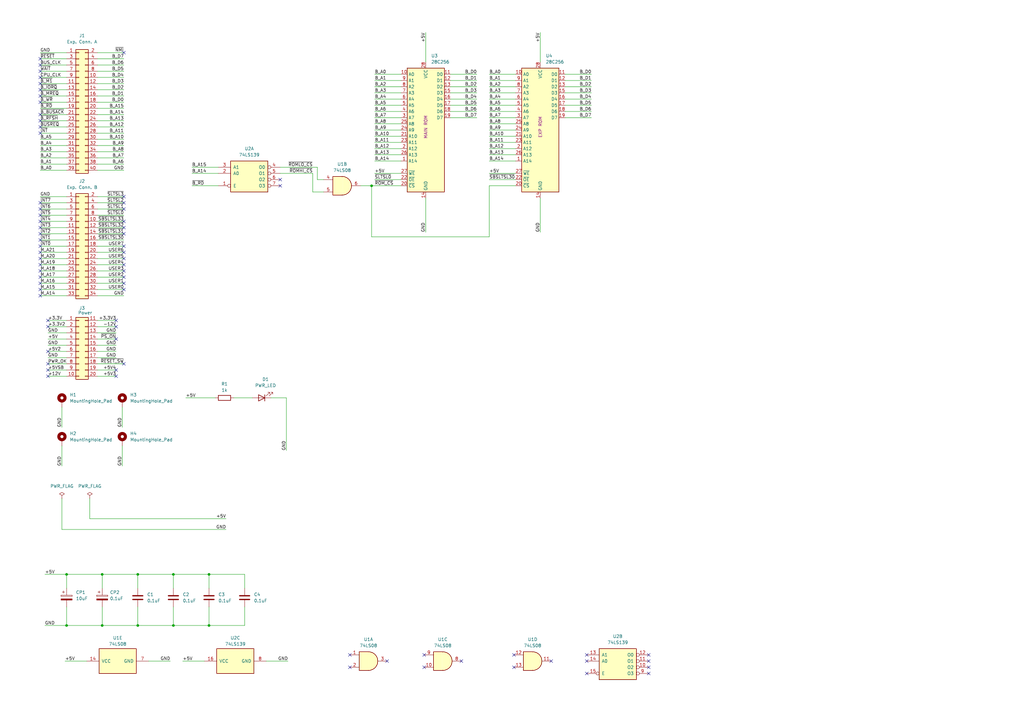
<source format=kicad_sch>
(kicad_sch (version 20230121) (generator eeschema)
  (paper "A3")
  (title_block (title "A SZ80C board to house the MSX(2) ROMs") (date "2023-09-27") (rev "1.0"))
  (lib_symbols
    (symbol "74xx:74LS08" (pin_names (offset 1.016))
      (property "Reference" "U" (at 0 1.27 0))
      (property "Value" "74LS08" (at 0 -1.27 0))
      (symbol "74LS08_1_1"
        (pin input line (at -7.62 2.54 0) (length 3.81) (name "~") (number "1"))
        (pin input line (at -7.62 -2.54 0) (length 3.81) (name "~") (number "2"))
        (pin output line (at 7.62 0 180) (length 3.81) (name "~") (number "3"))
      )
      (symbol "74LS08_1_2"
        (pin input inverted (at -7.62 2.54 0) (length 4.318) (name "~") (number "1"))
        (pin input inverted (at -7.62 -2.54 0) (length 4.318) (name "~") (number "2"))
        (pin output inverted (at 7.62 0 180) (length 3.81) (name "~") (number "3"))
      )
      (symbol "74LS08_2_1"
        (pin input line (at -7.62 2.54 0) (length 3.81) (name "~") (number "4"))
        (pin input line (at -7.62 -2.54 0) (length 3.81) (name "~") (number "5"))
        (pin output line (at 7.62 0 180) (length 3.81) (name "~") (number "6"))
      )
      (symbol "74LS08_2_2"
        (pin input inverted (at -7.62 2.54 0) (length 4.318) (name "~") (number "4"))
        (pin input inverted (at -7.62 -2.54 0) (length 4.318) (name "~") (number "5"))
        (pin output inverted (at 7.62 0 180) (length 3.81) (name "~") (number "6"))
      )
      (symbol "74LS08_3_1"
        (pin input line (at -7.62 -2.54 0) (length 3.81) (name "~") (number "10"))
        (pin output line (at 7.62 0 180) (length 3.81) (name "~") (number "8"))
        (pin input line (at -7.62 2.54 0) (length 3.81) (name "~") (number "9"))
      )
      (symbol "74LS08_3_2"
        (pin input inverted (at -7.62 -2.54 0) (length 4.318) (name "~") (number "10"))
        (pin output inverted (at 7.62 0 180) (length 3.81) (name "~") (number "8"))
        (pin input inverted (at -7.62 2.54 0) (length 4.318) (name "~") (number "9"))
      )
      (symbol "74LS08_4_1"
        (pin output line (at 7.62 0 180) (length 3.81) (name "~") (number "11"))
        (pin input line (at -7.62 2.54 0) (length 3.81) (name "~") (number "12"))
        (pin input line (at -7.62 -2.54 0) (length 3.81) (name "~") (number "13"))
      )
      (symbol "74LS08_4_2"
        (pin output inverted (at 7.62 0 180) (length 3.81) (name "~") (number "11"))
        (pin input inverted (at -7.62 2.54 0) (length 4.318) (name "~") (number "12"))
        (pin input inverted (at -7.62 -2.54 0) (length 4.318) (name "~") (number "13"))
      )
      (symbol "74LS08_5_0"
        (pin power_in line (at 0 12.7 270) (length 5.08) (name "VCC") (number "14"))
        (pin power_in line (at 0 -12.7 90) (length 5.08) (name "GND") (number "7"))
      )
    )
    (symbol "74xx:74LS139" (pin_names (offset 1.016))
      (property "Reference" "U" (at -7.62 8.89 0))
      (property "Value" "74LS139" (at -7.62 -8.89 0))
      (symbol "74LS139_1_0"
        (pin input inverted (at -12.7 -5.08 0) (length 5.08) (name "E") (number "1"))
        (pin input line (at -12.7 0 0) (length 5.08) (name "A0") (number "2"))
        (pin input line (at -12.7 2.54 0) (length 5.08) (name "A1") (number "3"))
        (pin output inverted (at 12.7 2.54 180) (length 5.08) (name "O0") (number "4"))
        (pin output inverted (at 12.7 0 180) (length 5.08) (name "O1") (number "5"))
        (pin output inverted (at 12.7 -2.54 180) (length 5.08) (name "O2") (number "6"))
        (pin output inverted (at 12.7 -5.08 180) (length 5.08) (name "O3") (number "7"))
      )
      (symbol "74LS139_2_0"
        (pin output inverted (at 12.7 -2.54 180) (length 5.08) (name "O2") (number "10"))
        (pin output inverted (at 12.7 0 180) (length 5.08) (name "O1") (number "11"))
        (pin output inverted (at 12.7 2.54 180) (length 5.08) (name "O0") (number "12"))
        (pin input line (at -12.7 2.54 0) (length 5.08) (name "A1") (number "13"))
        (pin input line (at -12.7 0 0) (length 5.08) (name "A0") (number "14"))
        (pin input inverted (at -12.7 -5.08 0) (length 5.08) (name "E") (number "15"))
        (pin output inverted (at 12.7 -5.08 180) (length 5.08) (name "O3") (number "9"))
      )
      (symbol "74LS139_3_0"
        (pin power_in line (at 0 12.7 270) (length 5.08) (name "VCC") (number "16"))
        (pin power_in line (at 0 -12.7 90) (length 5.08) (name "GND") (number "8"))
      )
    )
    (symbol "Connector_Generic:Conn_02x10_Top_Bottom" (pin_names (offset 1.016) hide)
      (property "Reference" "J" (at 1.27 12.7 0))
      (property "Value" "Conn_02x10_Top_Bottom" (at 1.27 -15.24 0))
      (symbol "Conn_02x10_Top_Bottom_1_1"
        (pin passive line (at -5.08 10.16 0) (length 3.81) (name "Pin_1") (number "1"))
        (pin passive line (at -5.08 -12.7 0) (length 3.81) (name "Pin_10") (number "10"))
        (pin passive line (at 7.62 10.16 180) (length 3.81) (name "Pin_11") (number "11"))
        (pin passive line (at 7.62 7.62 180) (length 3.81) (name "Pin_12") (number "12"))
        (pin passive line (at 7.62 5.08 180) (length 3.81) (name "Pin_13") (number "13"))
        (pin passive line (at 7.62 2.54 180) (length 3.81) (name "Pin_14") (number "14"))
        (pin passive line (at 7.62 0 180) (length 3.81) (name "Pin_15") (number "15"))
        (pin passive line (at 7.62 -2.54 180) (length 3.81) (name "Pin_16") (number "16"))
        (pin passive line (at 7.62 -5.08 180) (length 3.81) (name "Pin_17") (number "17"))
        (pin passive line (at 7.62 -7.62 180) (length 3.81) (name "Pin_18") (number "18"))
        (pin passive line (at 7.62 -10.16 180) (length 3.81) (name "Pin_19") (number "19"))
        (pin passive line (at -5.08 7.62 0) (length 3.81) (name "Pin_2") (number "2"))
        (pin passive line (at 7.62 -12.7 180) (length 3.81) (name "Pin_20") (number "20"))
        (pin passive line (at -5.08 5.08 0) (length 3.81) (name "Pin_3") (number "3"))
        (pin passive line (at -5.08 2.54 0) (length 3.81) (name "Pin_4") (number "4"))
        (pin passive line (at -5.08 0 0) (length 3.81) (name "Pin_5") (number "5"))
        (pin passive line (at -5.08 -2.54 0) (length 3.81) (name "Pin_6") (number "6"))
        (pin passive line (at -5.08 -5.08 0) (length 3.81) (name "Pin_7") (number "7"))
        (pin passive line (at -5.08 -7.62 0) (length 3.81) (name "Pin_8") (number "8"))
        (pin passive line (at -5.08 -10.16 0) (length 3.81) (name "Pin_9") (number "9"))
      )
    )
    (symbol "Connector_Generic:Conn_02x17_Odd_Even" (pin_names (offset 1.016) hide)
      (property "Reference" "J" (at 1.27 22.86 0))
      (property "Value" "Conn_02x17_Odd_Even" (at 1.27 -22.86 0))
      (symbol "Conn_02x17_Odd_Even_1_1"
        (pin passive line (at -5.08 20.32 0) (length 3.81) (name "Pin_1") (number "1"))
        (pin passive line (at 7.62 10.16 180) (length 3.81) (name "Pin_10") (number "10"))
        (pin passive line (at -5.08 7.62 0) (length 3.81) (name "Pin_11") (number "11"))
        (pin passive line (at 7.62 7.62 180) (length 3.81) (name "Pin_12") (number "12"))
        (pin passive line (at -5.08 5.08 0) (length 3.81) (name "Pin_13") (number "13"))
        (pin passive line (at 7.62 5.08 180) (length 3.81) (name "Pin_14") (number "14"))
        (pin passive line (at -5.08 2.54 0) (length 3.81) (name "Pin_15") (number "15"))
        (pin passive line (at 7.62 2.54 180) (length 3.81) (name "Pin_16") (number "16"))
        (pin passive line (at -5.08 0 0) (length 3.81) (name "Pin_17") (number "17"))
        (pin passive line (at 7.62 0 180) (length 3.81) (name "Pin_18") (number "18"))
        (pin passive line (at -5.08 -2.54 0) (length 3.81) (name "Pin_19") (number "19"))
        (pin passive line (at 7.62 20.32 180) (length 3.81) (name "Pin_2") (number "2"))
        (pin passive line (at 7.62 -2.54 180) (length 3.81) (name "Pin_20") (number "20"))
        (pin passive line (at -5.08 -5.08 0) (length 3.81) (name "Pin_21") (number "21"))
        (pin passive line (at 7.62 -5.08 180) (length 3.81) (name "Pin_22") (number "22"))
        (pin passive line (at -5.08 -7.62 0) (length 3.81) (name "Pin_23") (number "23"))
        (pin passive line (at 7.62 -7.62 180) (length 3.81) (name "Pin_24") (number "24"))
        (pin passive line (at -5.08 -10.16 0) (length 3.81) (name "Pin_25") (number "25"))
        (pin passive line (at 7.62 -10.16 180) (length 3.81) (name "Pin_26") (number "26"))
        (pin passive line (at -5.08 -12.7 0) (length 3.81) (name "Pin_27") (number "27"))
        (pin passive line (at 7.62 -12.7 180) (length 3.81) (name "Pin_28") (number "28"))
        (pin passive line (at -5.08 -15.24 0) (length 3.81) (name "Pin_29") (number "29"))
        (pin passive line (at -5.08 17.78 0) (length 3.81) (name "Pin_3") (number "3"))
        (pin passive line (at 7.62 -15.24 180) (length 3.81) (name "Pin_30") (number "30"))
        (pin passive line (at -5.08 -17.78 0) (length 3.81) (name "Pin_31") (number "31"))
        (pin passive line (at 7.62 -17.78 180) (length 3.81) (name "Pin_32") (number "32"))
        (pin passive line (at -5.08 -20.32 0) (length 3.81) (name "Pin_33") (number "33"))
        (pin passive line (at 7.62 -20.32 180) (length 3.81) (name "Pin_34") (number "34"))
        (pin passive line (at 7.62 17.78 180) (length 3.81) (name "Pin_4") (number "4"))
        (pin passive line (at -5.08 15.24 0) (length 3.81) (name "Pin_5") (number "5"))
        (pin passive line (at 7.62 15.24 180) (length 3.81) (name "Pin_6") (number "6"))
        (pin passive line (at -5.08 12.7 0) (length 3.81) (name "Pin_7") (number "7"))
        (pin passive line (at 7.62 12.7 180) (length 3.81) (name "Pin_8") (number "8"))
        (pin passive line (at -5.08 10.16 0) (length 3.81) (name "Pin_9") (number "9"))
      )
    )
    (symbol "Connector_Generic:Conn_02x20_Odd_Even" (pin_names (offset 1.016) hide)
      (property "Reference" "J" (at 1.27 25.4 0))
      (property "Value" "Conn_02x20_Odd_Even" (at 1.27 -27.94 0))
      (symbol "Conn_02x20_Odd_Even_1_1"
        (pin passive line (at -5.08 22.86 0) (length 3.81) (name "Pin_1") (number "1"))
        (pin passive line (at 7.62 12.7 180) (length 3.81) (name "Pin_10") (number "10"))
        (pin passive line (at -5.08 10.16 0) (length 3.81) (name "Pin_11") (number "11"))
        (pin passive line (at 7.62 10.16 180) (length 3.81) (name "Pin_12") (number "12"))
        (pin passive line (at -5.08 7.62 0) (length 3.81) (name "Pin_13") (number "13"))
        (pin passive line (at 7.62 7.62 180) (length 3.81) (name "Pin_14") (number "14"))
        (pin passive line (at -5.08 5.08 0) (length 3.81) (name "Pin_15") (number "15"))
        (pin passive line (at 7.62 5.08 180) (length 3.81) (name "Pin_16") (number "16"))
        (pin passive line (at -5.08 2.54 0) (length 3.81) (name "Pin_17") (number "17"))
        (pin passive line (at 7.62 2.54 180) (length 3.81) (name "Pin_18") (number "18"))
        (pin passive line (at -5.08 0 0) (length 3.81) (name "Pin_19") (number "19"))
        (pin passive line (at 7.62 22.86 180) (length 3.81) (name "Pin_2") (number "2"))
        (pin passive line (at 7.62 0 180) (length 3.81) (name "Pin_20") (number "20"))
        (pin passive line (at -5.08 -2.54 0) (length 3.81) (name "Pin_21") (number "21"))
        (pin passive line (at 7.62 -2.54 180) (length 3.81) (name "Pin_22") (number "22"))
        (pin passive line (at -5.08 -5.08 0) (length 3.81) (name "Pin_23") (number "23"))
        (pin passive line (at 7.62 -5.08 180) (length 3.81) (name "Pin_24") (number "24"))
        (pin passive line (at -5.08 -7.62 0) (length 3.81) (name "Pin_25") (number "25"))
        (pin passive line (at 7.62 -7.62 180) (length 3.81) (name "Pin_26") (number "26"))
        (pin passive line (at -5.08 -10.16 0) (length 3.81) (name "Pin_27") (number "27"))
        (pin passive line (at 7.62 -10.16 180) (length 3.81) (name "Pin_28") (number "28"))
        (pin passive line (at -5.08 -12.7 0) (length 3.81) (name "Pin_29") (number "29"))
        (pin passive line (at -5.08 20.32 0) (length 3.81) (name "Pin_3") (number "3"))
        (pin passive line (at 7.62 -12.7 180) (length 3.81) (name "Pin_30") (number "30"))
        (pin passive line (at -5.08 -15.24 0) (length 3.81) (name "Pin_31") (number "31"))
        (pin passive line (at 7.62 -15.24 180) (length 3.81) (name "Pin_32") (number "32"))
        (pin passive line (at -5.08 -17.78 0) (length 3.81) (name "Pin_33") (number "33"))
        (pin passive line (at 7.62 -17.78 180) (length 3.81) (name "Pin_34") (number "34"))
        (pin passive line (at -5.08 -20.32 0) (length 3.81) (name "Pin_35") (number "35"))
        (pin passive line (at 7.62 -20.32 180) (length 3.81) (name "Pin_36") (number "36"))
        (pin passive line (at -5.08 -22.86 0) (length 3.81) (name "Pin_37") (number "37"))
        (pin passive line (at 7.62 -22.86 180) (length 3.81) (name "Pin_38") (number "38"))
        (pin passive line (at -5.08 -25.4 0) (length 3.81) (name "Pin_39") (number "39"))
        (pin passive line (at 7.62 20.32 180) (length 3.81) (name "Pin_4") (number "4"))
        (pin passive line (at 7.62 -25.4 180) (length 3.81) (name "Pin_40") (number "40"))
        (pin passive line (at -5.08 17.78 0) (length 3.81) (name "Pin_5") (number "5"))
        (pin passive line (at 7.62 17.78 180) (length 3.81) (name "Pin_6") (number "6"))
        (pin passive line (at -5.08 15.24 0) (length 3.81) (name "Pin_7") (number "7"))
        (pin passive line (at 7.62 15.24 180) (length 3.81) (name "Pin_8") (number "8"))
        (pin passive line (at -5.08 12.7 0) (length 3.81) (name "Pin_9") (number "9"))
      )
    )
    (symbol "Device:C" (pin_numbers hide) (pin_names (offset 0.254))
      (property "Reference" "C" (at 0.635 2.54 0))
      (property "Value" "C" (at 0.635 -2.54 0))
      (symbol "C_1_1"
        (pin passive line (at 0 3.81 270) (length 2.794) (name "~") (number "1"))
        (pin passive line (at 0 -3.81 90) (length 2.794) (name "~") (number "2"))
      )
    )
    (symbol "Device:C_Polarized" (pin_numbers hide) (pin_names (offset 0.254))
      (property "Reference" "C" (at 0.635 2.54 0))
      (property "Value" "C_Polarized" (at 0.635 -2.54 0))
      (symbol "C_Polarized_1_1"
        (pin passive line (at 0 3.81 270) (length 2.794) (name "~") (number "1"))
        (pin passive line (at 0 -3.81 90) (length 2.794) (name "~") (number "2"))
      )
    )
    (symbol "Device:LED" (pin_numbers hide) (pin_names (offset 1.016) hide)
      (property "Reference" "D" (at 0 2.54 0))
      (property "Value" "LED" (at 0 -2.54 0))
      (symbol "LED_1_1"
        (pin passive line (at -3.81 0 0) (length 2.54) (name "K") (number "1"))
        (pin passive line (at 3.81 0 180) (length 2.54) (name "A") (number "2"))
      )
    )
    (symbol "Device:R" (pin_numbers hide) (pin_names (offset 0))
      (property "Reference" "R" (at 2.032 0 90))
      (property "Value" "R" (at 0 0 90))
      (symbol "R_1_1"
        (pin passive line (at 0 3.81 270) (length 1.27) (name "~") (number "1"))
        (pin passive line (at 0 -3.81 90) (length 1.27) (name "~") (number "2"))
      )
    )
    (symbol "Mechanical:MountingHole_Pad" (pin_numbers hide) (pin_names (offset 1.016) hide)
      (property "Reference" "H" (at 0 6.35 0))
      (property "Value" "MountingHole_Pad" (at 0 4.445 0))
      (symbol "MountingHole_Pad_1_1"
        (pin input line (at 0 -2.54 90) (length 2.54) (name "1") (number "1"))
      )
    )
    (symbol "Memory_EEPROM:28C256"
      (property "Reference" "U" (at -7.62 26.67 0))
      (property "Value" "28C256" (at 2.54 -26.67 0))
      (symbol "28C256_1_1"
        (pin input line (at -10.16 -12.7 0) (length 2.54) (name "A14") (number "1"))
        (pin input line (at -10.16 22.86 0) (length 2.54) (name "A0") (number "10"))
        (pin tri_state line (at 10.16 22.86 180) (length 2.54) (name "D0") (number "11"))
        (pin tri_state line (at 10.16 20.32 180) (length 2.54) (name "D1") (number "12"))
        (pin tri_state line (at 10.16 17.78 180) (length 2.54) (name "D2") (number "13"))
        (pin power_in line (at 0 -27.94 90) (length 2.54) (name "GND") (number "14"))
        (pin tri_state line (at 10.16 15.24 180) (length 2.54) (name "D3") (number "15"))
        (pin tri_state line (at 10.16 12.7 180) (length 2.54) (name "D4") (number "16"))
        (pin tri_state line (at 10.16 10.16 180) (length 2.54) (name "D5") (number "17"))
        (pin tri_state line (at 10.16 7.62 180) (length 2.54) (name "D6") (number "18"))
        (pin tri_state line (at 10.16 5.08 180) (length 2.54) (name "D7") (number "19"))
        (pin input line (at -10.16 -7.62 0) (length 2.54) (name "A12") (number "2"))
        (pin input line (at -10.16 -22.86 0) (length 2.54) (name "~{CS}") (number "20"))
        (pin input line (at -10.16 -2.54 0) (length 2.54) (name "A10") (number "21"))
        (pin input line (at -10.16 -20.32 0) (length 2.54) (name "~{OE}") (number "22"))
        (pin input line (at -10.16 -5.08 0) (length 2.54) (name "A11") (number "23"))
        (pin input line (at -10.16 0 0) (length 2.54) (name "A9") (number "24"))
        (pin input line (at -10.16 2.54 0) (length 2.54) (name "A8") (number "25"))
        (pin input line (at -10.16 -10.16 0) (length 2.54) (name "A13") (number "26"))
        (pin input line (at -10.16 -17.78 0) (length 2.54) (name "~{WE}") (number "27"))
        (pin power_in line (at 0 27.94 270) (length 2.54) (name "VCC") (number "28"))
        (pin input line (at -10.16 5.08 0) (length 2.54) (name "A7") (number "3"))
        (pin input line (at -10.16 7.62 0) (length 2.54) (name "A6") (number "4"))
        (pin input line (at -10.16 10.16 0) (length 2.54) (name "A5") (number "5"))
        (pin input line (at -10.16 12.7 0) (length 2.54) (name "A4") (number "6"))
        (pin input line (at -10.16 15.24 0) (length 2.54) (name "A3") (number "7"))
        (pin input line (at -10.16 17.78 0) (length 2.54) (name "A2") (number "8"))
        (pin input line (at -10.16 20.32 0) (length 2.54) (name "A1") (number "9"))
      )
    )
    (symbol "power:PWR_FLAG" (power) (pin_numbers hide) (pin_names (offset 0) hide)
      (property "Value" "PWR_FLAG" (at 0 3.81 0))
      (symbol "PWR_FLAG_0_0"
        (pin power_out line (at 0 0 90) (length 0) (name "pwr") (number "1"))
      )
    )
  )
  (junction (at 27.305 256.54))
  (junction (at 71.12 256.54))
  (junction (at 41.91 256.54))
  (junction (at 71.12 235.585))
  (junction (at 41.91 235.585))
  (junction (at 152.4 76.2))
  (junction (at 27.305 235.585))
  (junction (at 56.515 235.585))
  (junction (at 56.515 256.54))
  (junction (at 85.725 256.54))
  (junction (at 85.725 235.585))
  (no_connect (at 240.665 268.605))
  (no_connect (at 50.8 149.225))
  (no_connect (at 19.685 131.445))
  (no_connect (at 16.51 103.505))
  (no_connect (at 50.8 95.885))
  (no_connect (at 158.75 271.145))
  (no_connect (at 19.685 151.765))
  (no_connect (at 16.51 108.585))
  (no_connect (at 210.82 273.685))
  (no_connect (at 50.8 113.665))
  (no_connect (at 50.8 108.585))
  (no_connect (at 16.51 116.205))
  (no_connect (at 266.065 268.605))
  (no_connect (at 50.8 116.205))
  (no_connect (at 50.8 103.505))
  (no_connect (at 16.51 54.61))
  (no_connect (at 16.51 49.53))
  (no_connect (at 16.51 90.805))
  (no_connect (at 114.935 76.2))
  (no_connect (at 50.8 80.645))
  (no_connect (at 19.685 133.985))
  (no_connect (at 226.06 271.145))
  (no_connect (at 16.51 111.125))
  (no_connect (at 16.51 106.045))
  (no_connect (at 240.665 271.145))
  (no_connect (at 266.065 276.225))
  (no_connect (at 19.685 149.225))
  (no_connect (at 50.8 21.59))
  (no_connect (at 50.8 93.345))
  (no_connect (at 47.625 139.065))
  (no_connect (at 16.51 88.265))
  (no_connect (at 16.51 24.13))
  (no_connect (at 266.065 273.685))
  (no_connect (at 50.8 85.725))
  (no_connect (at 16.51 113.665))
  (no_connect (at 114.935 73.66))
  (no_connect (at 50.8 100.965))
  (no_connect (at 50.8 90.805))
  (no_connect (at 16.51 52.07))
  (no_connect (at 47.625 133.985))
  (no_connect (at 16.51 39.37))
  (no_connect (at 50.8 118.745))
  (no_connect (at 173.99 273.685))
  (no_connect (at 173.99 268.605))
  (no_connect (at 16.51 85.725))
  (no_connect (at 19.685 154.305))
  (no_connect (at 266.065 271.145))
  (no_connect (at 16.51 31.75))
  (no_connect (at 16.51 95.885))
  (no_connect (at 16.51 98.425))
  (no_connect (at 16.51 26.67))
  (no_connect (at 16.51 34.29))
  (no_connect (at 19.685 144.145))
  (no_connect (at 16.51 41.91))
  (no_connect (at 50.8 111.125))
  (no_connect (at 47.625 151.765))
  (no_connect (at 210.82 268.605))
  (no_connect (at 240.665 276.225))
  (no_connect (at 16.51 29.21))
  (no_connect (at 47.625 131.445))
  (no_connect (at 143.51 268.605))
  (no_connect (at 16.51 118.745))
  (no_connect (at 16.51 36.83))
  (no_connect (at 16.51 83.185))
  (no_connect (at 189.23 271.145))
  (no_connect (at 47.625 154.305))
  (no_connect (at 143.51 273.685))
  (no_connect (at 16.51 121.285))
  (no_connect (at 50.8 106.045))
  (no_connect (at 50.8 83.185))
  (no_connect (at 16.51 46.99))
  (no_connect (at 16.51 100.965))
  (no_connect (at 16.51 93.345))
  (wire (pts (xy 195.58 33.02) (xy 184.785 33.02)))
  (wire (pts (xy 50.8 36.83) (xy 40.005 36.83)))
  (wire (pts (xy 40.005 103.505) (xy 50.8 103.505)))
  (wire (pts (xy 25.4 204.47) (xy 25.4 217.17)))
  (wire (pts (xy 16.51 113.665) (xy 27.305 113.665)))
  (wire (pts (xy 200.66 45.72) (xy 211.455 45.72)))
  (wire (pts (xy 164.465 73.66) (xy 153.67 73.66)))
  (wire (pts (xy 85.725 248.92) (xy 85.725 256.54)))
  (wire (pts (xy 56.515 241.3) (xy 56.515 235.585)))
  (wire (pts (xy 16.51 36.83) (xy 27.305 36.83)))
  (wire (pts (xy 47.625 131.445) (xy 40.005 131.445)))
  (wire (pts (xy 16.51 46.99) (xy 27.305 46.99)))
  (wire (pts (xy 242.57 48.26) (xy 231.775 48.26)))
  (wire (pts (xy 40.005 90.805) (xy 50.8 90.805)))
  (wire (pts (xy 78.74 76.2) (xy 89.535 76.2)))
  (wire (pts (xy 50.165 167.005) (xy 50.165 175.26)))
  (wire (pts (xy 56.515 256.54) (xy 41.91 256.54)))
  (wire (pts (xy 174.625 13.335) (xy 174.625 25.4)))
  (wire (pts (xy 19.685 154.305) (xy 27.305 154.305)))
  (wire (pts (xy 47.625 151.765) (xy 40.005 151.765)))
  (wire (pts (xy 200.66 58.42) (xy 211.455 58.42)))
  (wire (pts (xy 153.67 43.18) (xy 164.465 43.18)))
  (wire (pts (xy 16.51 85.725) (xy 27.305 85.725)))
  (wire (pts (xy 200.66 66.04) (xy 211.455 66.04)))
  (wire (pts (xy 100.33 235.585) (xy 85.725 235.585)))
  (wire (pts (xy 18.415 235.585) (xy 27.305 235.585)))
  (wire (pts (xy 50.8 41.91) (xy 40.005 41.91)))
  (wire (pts (xy 27.305 235.585) (xy 27.305 241.3)))
  (wire (pts (xy 152.4 97.155) (xy 152.4 76.2)))
  (wire (pts (xy 40.005 106.045) (xy 50.8 106.045)))
  (wire (pts (xy 16.51 69.85) (xy 27.305 69.85)))
  (wire (pts (xy 50.8 121.285) (xy 40.005 121.285)))
  (wire (pts (xy 153.67 40.64) (xy 164.465 40.64)))
  (wire (pts (xy 50.8 52.07) (xy 40.005 52.07)))
  (wire (pts (xy 200.66 30.48) (xy 211.455 30.48)))
  (wire (pts (xy 200.66 48.26) (xy 211.455 48.26)))
  (wire (pts (xy 78.74 71.12) (xy 89.535 71.12)))
  (wire (pts (xy 200.66 40.64) (xy 211.455 40.64)))
  (wire (pts (xy 100.33 241.3) (xy 100.33 235.585)))
  (wire (pts (xy 50.8 57.15) (xy 40.005 57.15)))
  (wire (pts (xy 25.4 182.88) (xy 25.4 191.135)))
  (wire (pts (xy 26.67 271.145) (xy 35.56 271.145)))
  (wire (pts (xy 74.93 271.145) (xy 83.82 271.145)))
  (wire (pts (xy 40.005 100.965) (xy 50.8 100.965)))
  (wire (pts (xy 16.51 41.91) (xy 27.305 41.91)))
  (wire (pts (xy 27.305 256.54) (xy 27.305 248.92)))
  (wire (pts (xy 19.685 146.685) (xy 27.305 146.685)))
  (wire (pts (xy 50.8 62.23) (xy 40.005 62.23)))
  (wire (pts (xy 47.625 146.685) (xy 40.005 146.685)))
  (wire (pts (xy 100.33 256.54) (xy 85.725 256.54)))
  (wire (pts (xy 40.005 88.265) (xy 50.8 88.265)))
  (wire (pts (xy 19.685 139.065) (xy 27.305 139.065)))
  (wire (pts (xy 50.8 54.61) (xy 40.005 54.61)))
  (wire (pts (xy 85.725 241.3) (xy 85.725 235.585)))
  (wire (pts (xy 200.66 97.155) (xy 152.4 97.155)))
  (wire (pts (xy 211.455 76.2) (xy 200.66 76.2)))
  (wire (pts (xy 78.74 68.58) (xy 89.535 68.58)))
  (wire (pts (xy 16.51 54.61) (xy 27.305 54.61)))
  (wire (pts (xy 117.475 163.195) (xy 117.475 184.785)))
  (wire (pts (xy 114.935 68.58) (xy 130.175 68.58)))
  (wire (pts (xy 50.8 49.53) (xy 40.005 49.53)))
  (wire (pts (xy 50.8 116.205) (xy 40.005 116.205)))
  (wire (pts (xy 50.8 24.13) (xy 40.005 24.13)))
  (wire (pts (xy 76.2 163.195) (xy 88.265 163.195)))
  (wire (pts (xy 16.51 44.45) (xy 27.305 44.45)))
  (wire (pts (xy 242.57 38.1) (xy 231.775 38.1)))
  (wire (pts (xy 153.67 55.88) (xy 164.465 55.88)))
  (wire (pts (xy 153.67 50.8) (xy 164.465 50.8)))
  (wire (pts (xy 50.8 34.29) (xy 40.005 34.29)))
  (wire (pts (xy 50.8 46.99) (xy 40.005 46.99)))
  (wire (pts (xy 47.625 136.525) (xy 40.005 136.525)))
  (wire (pts (xy 118.11 271.145) (xy 109.22 271.145)))
  (wire (pts (xy 242.57 35.56) (xy 231.775 35.56)))
  (wire (pts (xy 174.625 81.28) (xy 174.625 95.25)))
  (wire (pts (xy 25.4 217.17) (xy 92.71 217.17)))
  (wire (pts (xy 36.83 212.725) (xy 92.71 212.725)))
  (wire (pts (xy 242.57 30.48) (xy 231.775 30.48)))
  (wire (pts (xy 153.67 60.96) (xy 164.465 60.96)))
  (wire (pts (xy 47.625 133.985) (xy 40.005 133.985)))
  (wire (pts (xy 19.685 133.985) (xy 27.305 133.985)))
  (wire (pts (xy 16.51 29.21) (xy 27.305 29.21)))
  (wire (pts (xy 50.8 59.69) (xy 40.005 59.69)))
  (wire (pts (xy 130.175 68.58) (xy 130.175 73.66)))
  (wire (pts (xy 71.12 235.585) (xy 56.515 235.585)))
  (wire (pts (xy 200.66 76.2) (xy 200.66 97.155)))
  (wire (pts (xy 40.005 83.185) (xy 50.8 83.185)))
  (wire (pts (xy 100.33 248.92) (xy 100.33 256.54)))
  (wire (pts (xy 153.67 48.26) (xy 164.465 48.26)))
  (wire (pts (xy 195.58 43.18) (xy 184.785 43.18)))
  (wire (pts (xy 16.51 49.53) (xy 27.305 49.53)))
  (wire (pts (xy 16.51 59.69) (xy 27.305 59.69)))
  (wire (pts (xy 25.4 167.005) (xy 25.4 175.26)))
  (wire (pts (xy 16.51 39.37) (xy 27.305 39.37)))
  (wire (pts (xy 200.66 63.5) (xy 211.455 63.5)))
  (wire (pts (xy 16.51 26.67) (xy 27.305 26.67)))
  (wire (pts (xy 200.66 38.1) (xy 211.455 38.1)))
  (wire (pts (xy 200.66 43.18) (xy 211.455 43.18)))
  (wire (pts (xy 95.885 163.195) (xy 103.505 163.195)))
  (wire (pts (xy 200.66 35.56) (xy 211.455 35.56)))
  (wire (pts (xy 130.175 73.66) (xy 132.715 73.66)))
  (wire (pts (xy 16.51 118.745) (xy 27.305 118.745)))
  (wire (pts (xy 40.005 98.425) (xy 50.8 98.425)))
  (wire (pts (xy 16.51 121.285) (xy 27.305 121.285)))
  (wire (pts (xy 195.58 30.48) (xy 184.785 30.48)))
  (wire (pts (xy 19.685 144.145) (xy 27.305 144.145)))
  (wire (pts (xy 18.415 256.54) (xy 27.305 256.54)))
  (wire (pts (xy 16.51 31.75) (xy 27.305 31.75)))
  (wire (pts (xy 50.8 67.31) (xy 40.005 67.31)))
  (wire (pts (xy 16.51 108.585) (xy 27.305 108.585)))
  (wire (pts (xy 40.005 141.605) (xy 47.625 141.605)))
  (wire (pts (xy 41.91 235.585) (xy 41.91 241.3)))
  (wire (pts (xy 40.005 108.585) (xy 50.8 108.585)))
  (wire (pts (xy 16.51 93.345) (xy 27.305 93.345)))
  (wire (pts (xy 16.51 116.205) (xy 27.305 116.205)))
  (wire (pts (xy 16.51 52.07) (xy 27.305 52.07)))
  (wire (pts (xy 242.57 45.72) (xy 231.775 45.72)))
  (wire (pts (xy 242.57 40.64) (xy 231.775 40.64)))
  (wire (pts (xy 153.67 71.12) (xy 164.465 71.12)))
  (wire (pts (xy 19.685 131.445) (xy 27.305 131.445)))
  (wire (pts (xy 195.58 35.56) (xy 184.785 35.56)))
  (wire (pts (xy 50.8 64.77) (xy 40.005 64.77)))
  (wire (pts (xy 221.615 81.28) (xy 221.615 95.25)))
  (wire (pts (xy 153.67 33.02) (xy 164.465 33.02)))
  (wire (pts (xy 47.625 144.145) (xy 40.005 144.145)))
  (wire (pts (xy 16.51 57.15) (xy 27.305 57.15)))
  (wire (pts (xy 50.8 113.665) (xy 40.005 113.665)))
  (wire (pts (xy 153.67 58.42) (xy 164.465 58.42)))
  (wire (pts (xy 19.685 149.225) (xy 27.305 149.225)))
  (wire (pts (xy 47.625 154.305) (xy 40.005 154.305)))
  (wire (pts (xy 153.67 30.48) (xy 164.465 30.48)))
  (wire (pts (xy 147.955 76.2) (xy 152.4 76.2)))
  (wire (pts (xy 19.685 151.765) (xy 27.305 151.765)))
  (wire (pts (xy 16.51 64.77) (xy 27.305 64.77)))
  (wire (pts (xy 16.51 80.645) (xy 27.305 80.645)))
  (wire (pts (xy 153.67 45.72) (xy 164.465 45.72)))
  (wire (pts (xy 50.8 31.75) (xy 40.005 31.75)))
  (wire (pts (xy 50.8 69.85) (xy 40.005 69.85)))
  (wire (pts (xy 47.625 139.065) (xy 40.005 139.065)))
  (wire (pts (xy 27.305 235.585) (xy 41.91 235.585)))
  (wire (pts (xy 16.51 98.425) (xy 27.305 98.425)))
  (wire (pts (xy 195.58 40.64) (xy 184.785 40.64)))
  (wire (pts (xy 16.51 88.265) (xy 27.305 88.265)))
  (wire (pts (xy 50.165 182.88) (xy 50.165 191.135)))
  (wire (pts (xy 16.51 106.045) (xy 27.305 106.045)))
  (wire (pts (xy 221.615 13.335) (xy 221.615 25.4)))
  (wire (pts (xy 16.51 95.885) (xy 27.305 95.885)))
  (wire (pts (xy 71.12 241.3) (xy 71.12 235.585)))
  (wire (pts (xy 128.27 71.12) (xy 128.27 78.74)))
  (wire (pts (xy 200.66 55.88) (xy 211.455 55.88)))
  (wire (pts (xy 153.67 63.5) (xy 164.465 63.5)))
  (wire (pts (xy 16.51 67.31) (xy 27.305 67.31)))
  (wire (pts (xy 50.8 44.45) (xy 40.005 44.45)))
  (wire (pts (xy 69.85 271.145) (xy 60.96 271.145)))
  (wire (pts (xy 114.935 71.12) (xy 128.27 71.12)))
  (wire (pts (xy 16.51 21.59) (xy 27.305 21.59)))
  (wire (pts (xy 50.8 21.59) (xy 40.005 21.59)))
  (wire (pts (xy 16.51 111.125) (xy 27.305 111.125)))
  (wire (pts (xy 16.51 103.505) (xy 27.305 103.505)))
  (wire (pts (xy 40.005 93.345) (xy 50.8 93.345)))
  (wire (pts (xy 200.66 33.02) (xy 211.455 33.02)))
  (wire (pts (xy 71.12 248.92) (xy 71.12 256.54)))
  (wire (pts (xy 152.4 76.2) (xy 164.465 76.2)))
  (wire (pts (xy 242.57 33.02) (xy 231.775 33.02)))
  (wire (pts (xy 50.8 111.125) (xy 40.005 111.125)))
  (wire (pts (xy 50.8 29.21) (xy 40.005 29.21)))
  (wire (pts (xy 128.27 78.74) (xy 132.715 78.74)))
  (wire (pts (xy 50.8 118.745) (xy 40.005 118.745)))
  (wire (pts (xy 153.67 35.56) (xy 164.465 35.56)))
  (wire (pts (xy 242.57 43.18) (xy 231.775 43.18)))
  (wire (pts (xy 85.725 235.585) (xy 71.12 235.585)))
  (wire (pts (xy 50.8 149.225) (xy 40.005 149.225)))
  (wire (pts (xy 16.51 24.13) (xy 27.305 24.13)))
  (wire (pts (xy 153.67 66.04) (xy 164.465 66.04)))
  (wire (pts (xy 19.685 136.525) (xy 27.305 136.525)))
  (wire (pts (xy 200.66 60.96) (xy 211.455 60.96)))
  (wire (pts (xy 41.91 256.54) (xy 41.91 248.92)))
  (wire (pts (xy 16.51 83.185) (xy 27.305 83.185)))
  (wire (pts (xy 27.305 256.54) (xy 41.91 256.54)))
  (wire (pts (xy 40.005 80.645) (xy 50.8 80.645)))
  (wire (pts (xy 40.005 85.725) (xy 50.8 85.725)))
  (wire (pts (xy 56.515 248.92) (xy 56.515 256.54)))
  (wire (pts (xy 85.725 256.54) (xy 71.12 256.54)))
  (wire (pts (xy 56.515 235.585) (xy 41.91 235.585)))
  (wire (pts (xy 16.51 90.805) (xy 27.305 90.805)))
  (wire (pts (xy 195.58 38.1) (xy 184.785 38.1)))
  (wire (pts (xy 16.51 100.965) (xy 27.305 100.965)))
  (wire (pts (xy 19.685 141.605) (xy 27.305 141.605)))
  (wire (pts (xy 71.12 256.54) (xy 56.515 256.54)))
  (wire (pts (xy 200.66 50.8) (xy 211.455 50.8)))
  (wire (pts (xy 40.005 95.885) (xy 50.8 95.885)))
  (wire (pts (xy 195.58 48.26) (xy 184.785 48.26)))
  (wire (pts (xy 195.58 45.72) (xy 184.785 45.72)))
  (wire (pts (xy 211.455 73.66) (xy 200.66 73.66)))
  (wire (pts (xy 50.8 26.67) (xy 40.005 26.67)))
  (wire (pts (xy 200.66 71.12) (xy 211.455 71.12)))
  (wire (pts (xy 153.67 38.1) (xy 164.465 38.1)))
  (wire (pts (xy 50.8 39.37) (xy 40.005 39.37)))
  (wire (pts (xy 16.51 62.23) (xy 27.305 62.23)))
  (wire (pts (xy 36.83 204.47) (xy 36.83 212.725)))
  (wire (pts (xy 117.475 163.195) (xy 111.125 163.195)))
  (wire (pts (xy 200.66 53.34) (xy 211.455 53.34)))
  (wire (pts (xy 153.67 53.34) (xy 164.465 53.34)))
  (wire (pts (xy 16.51 34.29) (xy 27.305 34.29)))
  (label "~{SBSLTSL30}" (at 50.8 98.425 180))
  (label "GND" (at 50.165 175.26 90))
  (label "B_A11" (at 200.66 58.42 0))
  (label "B_D3" (at 242.57 38.1 180))
  (label "USER4" (at 50.8 108.585 180))
  (label "~{RESET}" (at 16.51 24.13 0))
  (label "B_A2" (at 153.67 35.56 0))
  (label "GND" (at 25.4 191.135 90))
  (label "B_A13" (at 153.67 63.5 0))
  (label "GND" (at 47.625 144.145 180))
  (label "~{INT}" (at 16.51 54.61 0))
  (label "~{SLTSL1}" (at 50.8 85.725 180))
  (label "B_A1" (at 16.51 67.31 0))
  (label "GND" (at 50.165 191.135 90))
  (label "B_A9" (at 50.8 59.69 180))
  (label "GND" (at 221.615 95.25 90))
  (label "B_D4" (at 50.8 31.75 180))
  (label "GND" (at 16.51 21.59 0))
  (label "M_A19" (at 16.51 108.585 0))
  (label "B_A14" (at 200.66 66.04 0))
  (label "B_A8" (at 50.8 62.23 180))
  (label "+5V2" (at 19.685 144.145 0))
  (label "~{PS_ON}" (at 47.625 139.065 180))
  (label "B_A5" (at 16.51 57.15 0))
  (label "B_A4" (at 16.51 59.69 0))
  (label "B_A3" (at 200.66 38.1 0))
  (label "~{INT1}" (at 16.51 98.425 0))
  (label "+5V" (at 153.67 71.12 0))
  (label "BUS_CLK" (at 16.51 26.67 0))
  (label "~{INT0}" (at 16.51 100.965 0))
  (label "~{B_M1}" (at 16.51 34.29 0))
  (label "GND" (at 16.51 80.645 0))
  (label "B_A6" (at 50.8 67.31 180))
  (label "B_A0" (at 200.66 30.48 0))
  (label "B_A3" (at 16.51 62.23 0))
  (label "B_D1" (at 242.57 33.02 180))
  (label "B_D5" (at 50.8 29.21 180))
  (label "B_D3" (at 50.8 34.29 180))
  (label "+5V" (at 92.71 212.725 180))
  (label "~{B_RFSH}" (at 16.51 49.53 0))
  (label "USER2" (at 50.8 113.665 180))
  (label "USER5" (at 50.8 106.045 180))
  (label "B_D2" (at 242.57 35.56 180))
  (label "B_A7" (at 50.8 64.77 180))
  (label "B_A6" (at 200.66 45.72 0))
  (label "M_A16" (at 16.51 116.205 0))
  (label "B_A11" (at 153.67 58.42 0))
  (label "CPU_CLK" (at 16.51 31.75 0))
  (label "GND" (at 19.685 136.525 0))
  (label "GND" (at 25.4 175.26 90))
  (label "B_D6" (at 50.8 26.67 180))
  (label "B_A7" (at 153.67 48.26 0))
  (label "B_D6" (at 242.57 45.72 180))
  (label "B_A3" (at 153.67 38.1 0))
  (label "GND" (at 174.625 95.25 90))
  (label "GND" (at 92.71 217.17 180))
  (label "B_A4" (at 200.66 40.64 0))
  (label "B_A9" (at 153.67 53.34 0))
  (label "~{NMI}" (at 50.8 21.59 180))
  (label "PWR_OK" (at 19.685 149.225 0))
  (label "~{WAIT}" (at 16.51 29.21 0))
  (label "B_A11" (at 50.8 54.61 180))
  (label "+5V3" (at 47.625 154.305 180))
  (label "B_A2" (at 200.66 35.56 0))
  (label "B_D7" (at 50.8 24.13 180))
  (label "B_D7" (at 242.57 48.26 180))
  (label "B_A13" (at 50.8 49.53 180))
  (label "USER3" (at 50.8 111.125 180))
  (label "-12V" (at 47.625 133.985 180))
  (label "~{SBSLTSL31}" (at 50.8 95.885 180))
  (label "B_A12" (at 153.67 60.96 0))
  (label "+5V" (at 74.93 271.145 0))
  (label "B_A8" (at 200.66 50.8 0))
  (label "~{SBSLTSL33}" (at 50.8 90.805 180))
  (label "~{B_BUSACK}" (at 16.51 46.99 0))
  (label "M_A21" (at 16.51 103.505 0))
  (label "B_A10" (at 50.8 57.15 180))
  (label "GND" (at 69.85 271.145 180))
  (label "~{B_MREQ}" (at 16.51 39.37 0))
  (label "~{ROMLO_CS}" (at 128.27 68.58 180))
  (label "+5V" (at 26.67 271.145 0))
  (label "+5V" (at 221.615 13.335 270))
  (label "M_A14" (at 16.51 121.285 0))
  (label "B_D0" (at 242.57 30.48 180))
  (label "B_A8" (at 153.67 50.8 0))
  (label "+3.3V" (at 19.685 131.445 0))
  (label "M_A15" (at 16.51 118.745 0))
  (label "B_A10" (at 200.66 55.88 0))
  (label "USER0" (at 50.8 118.745 180))
  (label "GND" (at 18.415 256.54 0))
  (label "~{INT5}" (at 16.51 88.265 0))
  (label "B_A4" (at 153.67 40.64 0))
  (label "~{RESET_SW}" (at 50.8 149.225 180))
  (label "B_A13" (at 200.66 63.5 0))
  (label "+5V" (at 200.66 71.12 0))
  (label "B_D5" (at 242.57 43.18 180))
  (label "B_D0" (at 50.8 41.91 180))
  (label "+3.3V3" (at 47.625 131.445 180))
  (label "+5VSB" (at 19.685 151.765 0))
  (label "B_D4" (at 195.58 40.64 180))
  (label "USER7" (at 50.8 100.965 180))
  (label "+3.3V2" (at 19.685 133.985 0))
  (label "~{SBSLTSL32}" (at 50.8 93.345 180))
  (label "GND" (at 47.625 136.525 180))
  (label "GND" (at 19.685 146.685 0))
  (label "B_D1" (at 195.58 33.02 180))
  (label "USER1" (at 50.8 116.205 180))
  (label "~{B_WR}" (at 16.51 41.91 0))
  (label "GND" (at 50.8 69.85 180))
  (label "B_D2" (at 50.8 36.83 180))
  (label "~{INT6}" (at 16.51 85.725 0))
  (label "~{INT2}" (at 16.51 95.885 0))
  (label "~{ROM_CS}" (at 153.67 76.2 0))
  (label "B_A7" (at 200.66 48.26 0))
  (label "~{SLTSL0}" (at 153.67 73.66 0))
  (label "B_A2" (at 16.51 64.77 0))
  (label "GND" (at 117.475 184.785 90))
  (label "B_A12" (at 200.66 60.96 0))
  (label "B_D4" (at 242.57 40.64 180))
  (label "M_A20" (at 16.51 106.045 0))
  (label "B_A14" (at 78.74 71.12 0))
  (label "B_A0" (at 16.51 69.85 0))
  (label "B_A12" (at 50.8 52.07 180))
  (label "B_A15" (at 78.74 68.58 0))
  (label "B_D2" (at 195.58 35.56 180))
  (label "B_D5" (at 195.58 43.18 180))
  (label "B_A14" (at 153.67 66.04 0))
  (label "+5V4" (at 47.625 151.765 180))
  (label "B_A5" (at 200.66 43.18 0))
  (label "B_D3" (at 195.58 38.1 180))
  (label "+5V" (at 19.685 139.065 0))
  (label "GND" (at 47.625 146.685 180))
  (label "~{B_IORQ}" (at 16.51 36.83 0))
  (label "~{ROMHI_CS}" (at 128.27 71.12 180))
  (label "USER6" (at 50.8 103.505 180))
  (label "B_A1" (at 200.66 33.02 0))
  (label "B_A14" (at 50.8 46.99 180))
  (label "B_A9" (at 200.66 53.34 0))
  (label "M_A17" (at 16.51 113.665 0))
  (label "+5V" (at 174.625 13.335 270))
  (label "+12V" (at 19.685 154.305 0))
  (label "B_D0" (at 195.58 30.48 180))
  (label "~{SLTSL2}" (at 50.8 83.185 180))
  (label "+5V" (at 18.415 235.585 0))
  (label "~{B_RD}" (at 78.74 76.2 0))
  (label "~{B_RD}" (at 16.51 44.45 0))
  (label "+5V" (at 76.2 163.195 0))
  (label "B_A0" (at 153.67 30.48 0))
  (label "~{BUSREQ}" (at 16.51 52.07 0))
  (label "~{SBSLTSL30}" (at 200.66 73.66 0))
  (label "GND" (at 47.625 141.605 180))
  (label "~{INT4}" (at 16.51 90.805 0))
  (label "B_A5" (at 153.67 43.18 0))
  (label "B_D6" (at 195.58 45.72 180))
  (label "~{INT7}" (at 16.51 83.185 0))
  (label "B_A6" (at 153.67 45.72 0))
  (label "B_A1" (at 153.67 33.02 0))
  (label "GND" (at 50.8 121.285 180))
  (label "B_D1" (at 50.8 39.37 180))
  (label "M_A18" (at 16.51 111.125 0))
  (label "B_A15" (at 50.8 44.45 180))
  (label "~{SLTSL0}" (at 50.8 88.265 180))
  (label "GND" (at 19.685 141.605 0))
  (label "GND" (at 118.11 271.145 180))
  (label "~{SLTSL3}" (at 50.8 80.645 180))
  (label "B_A10" (at 153.67 55.88 0))
  (label "~{INT3}" (at 16.51 93.345 0))
  (label "B_D7" (at 195.58 48.26 180))
  (symbol (lib_id "power:PWR_FLAG") (at 36.83 204.47 0) (unit 1)
    (property "Reference" "#FLG02" (effects hide))
    (property "Value" "PWR_FLAG" (at 36.83 199.39 0))
  )
  (symbol (lib_id "74xx:74LS08") (at 140.335 76.2 0) (unit 2)
    (property "Reference" "U1" (at 140.3267 67.31 0))
    (property "Value" "74LS08" (at 140.3267 69.85 0))
    (property "Footprint" "Package_DIP:DIP-14_W7.62mm_Socket" (effects hide))
    (property "Datasheet" "http://www.ti.com/lit/gpn/sn74LS08" (effects hide))
  )
  (symbol (lib_id "Mechanical:MountingHole_Pad") (at 50.165 180.34 0) (unit 1)
    (property "Reference" "H4" (at 53.34 177.7999 0) (effects (justify left)))
    (property "Value" "MountingHole_Pad" (at 53.34 180.3399 0) (effects (justify left)))
    (property "Footprint" "MountingHole:MountingHole_3.2mm_M3_ISO7380_Pad" (effects hide))
  )
  (symbol (lib_id "74xx:74LS139") (at 96.52 271.145 90) (unit 3)
    (property "Reference" "U2" (at 96.52 261.62 90))
    (property "Value" "74LS139" (at 96.52 264.16 90))
    (property "Footprint" "Package_DIP:DIP-16_W7.62mm_Socket" (effects hide))
    (property "Datasheet" "http://www.ti.com/lit/ds/symlink/sn74ls139a.pdf" (effects hide))
  )
  (symbol (lib_id "Device:LED") (at 107.315 163.195 180) (unit 1)
    (property "Reference" "D1" (at 108.9025 155.575 0))
    (property "Value" "PWR_LED" (at 108.9025 158.115 0))
    (property "Footprint" "LED_THT:LED_D3.0mm" (effects hide))
  )
  (symbol (lib_id "Device:R") (at 92.075 163.195 90) (unit 1)
    (property "Reference" "R1" (at 92.075 157.48 90))
    (property "Value" "1k" (at 92.075 160.02 90))
    (property "Footprint" "Resistor_THT:R_Axial_DIN0204_L3.6mm_D1.6mm_P7.62mm_Horizontal" (effects hide))
  )
  (symbol (lib_id "Device:C") (at 56.515 245.11 0) (unit 1)
    (property "Reference" "C1" (at 60.325 243.84 0) (effects (justify left)))
    (property "Value" "0.1uF" (at 60.325 246.38 0) (effects (justify left)))
    (property "Footprint" "Capacitor_THT:C_Disc_D5.0mm_W2.5mm_P2.50mm" (effects hide))
  )
  (symbol (lib_id "Mechanical:MountingHole_Pad") (at 25.4 164.465 0) (unit 1)
    (property "Reference" "H1" (at 28.575 161.9249 0) (effects (justify left)))
    (property "Value" "MountingHole_Pad" (at 28.575 164.4649 0) (effects (justify left)))
    (property "Footprint" "MountingHole:MountingHole_3.2mm_M3_ISO7380_Pad" (effects hide))
  )
  (symbol (lib_id "Mechanical:MountingHole_Pad") (at 50.165 164.465 0) (unit 1)
    (property "Reference" "H3" (at 53.34 161.9249 0) (effects (justify left)))
    (property "Value" "MountingHole_Pad" (at 53.34 164.4649 0) (effects (justify left)))
    (property "Footprint" "MountingHole:MountingHole_3.2mm_M3_ISO7380_Pad" (effects hide))
  )
  (symbol (lib_id "74xx:74LS08") (at 181.61 271.145 0) (unit 3)
    (property "Reference" "U1" (at 181.6017 262.255 0))
    (property "Value" "74LS08" (at 181.6017 264.795 0))
    (property "Footprint" "Package_DIP:DIP-14_W7.62mm_Socket" (effects hide))
    (property "Datasheet" "http://www.ti.com/lit/gpn/sn74LS08" (effects hide))
  )
  (symbol (lib_id "Device:C") (at 100.33 245.11 0) (unit 1)
    (property "Reference" "C4" (at 104.14 243.84 0) (effects (justify left)))
    (property "Value" "0.1uF" (at 104.14 246.38 0) (effects (justify left)))
    (property "Footprint" "Capacitor_THT:C_Disc_D5.0mm_W2.5mm_P2.50mm" (effects hide))
  )
  (symbol (lib_id "Connector_Generic:Conn_02x10_Top_Bottom") (at 32.385 141.605 0) (unit 1)
    (property "Reference" "J3" (at 33.655 126.365 0))
    (property "Value" "Power" (at 34.925 128.27 0))
    (property "Footprint" "Connector_IDC:IDC-Header_2x10_P2.54mm_Horizontal" (effects hide))
  )
  (symbol (lib_id "Memory_EEPROM:28C256") (at 174.625 53.34 0) (unit 1)
    (property "Reference" "U3" (at 176.8191 22.86 0) (effects (justify left)))
    (property "Value" "28C256" (at 176.8191 25.4 0) (effects (justify left)))
    (property "Footprint" "Package_DIP:DIP-28_W15.24mm_Socket" (effects hide))
    (property "Datasheet" "http://ww1.microchip.com/downloads/en/DeviceDoc/doc0006.pdf" (effects hide))
    (property "Name" "MAIN ROM" (at 174.625 52.07 90))
  )
  (symbol (lib_id "74xx:74LS08") (at 218.44 271.145 0) (unit 4)
    (property "Reference" "U1" (at 218.4317 262.255 0))
    (property "Value" "74LS08" (at 218.4317 264.795 0))
    (property "Footprint" "Package_DIP:DIP-14_W7.62mm_Socket" (effects hide))
    (property "Datasheet" "http://www.ti.com/lit/gpn/sn74LS08" (effects hide))
  )
  (symbol (lib_id "74xx:74LS139") (at 102.235 71.12 0) (unit 1)
    (property "Reference" "U2" (at 102.235 60.96 0))
    (property "Value" "74LS139" (at 102.235 63.5 0))
    (property "Footprint" "Package_DIP:DIP-16_W7.62mm_Socket" (effects hide))
    (property "Datasheet" "http://www.ti.com/lit/ds/symlink/sn74ls139a.pdf" (effects hide))
  )
  (symbol (lib_id "Mechanical:MountingHole_Pad") (at 25.4 180.34 0) (unit 1)
    (property "Reference" "H2" (at 28.575 177.7999 0) (effects (justify left)))
    (property "Value" "MountingHole_Pad" (at 28.575 180.3399 0) (effects (justify left)))
    (property "Footprint" "MountingHole:MountingHole_3.2mm_M3_ISO7380_Pad" (effects hide))
  )
  (symbol (lib_id "Device:C_Polarized") (at 41.91 245.11 0) (unit 1)
    (property "Reference" "CP2" (at 45.085 242.951 0) (effects (justify left)))
    (property "Value" "0.1uF" (at 45.085 245.491 0) (effects (justify left)))
    (property "Footprint" "Capacitor_THT:CP_Radial_D5.0mm_P2.50mm" (effects hide))
  )
  (symbol (lib_id "Connector_Generic:Conn_02x20_Odd_Even") (at 32.385 44.45 0) (unit 1)
    (property "Reference" "J1" (at 33.655 14.605 0))
    (property "Value" "Exp. Conn. A" (at 33.655 17.145 0))
    (property "Footprint" "Connector_IDC:IDC-Header_2x20_P2.54mm_Horizontal" (effects hide))
  )
  (symbol (lib_id "74xx:74LS139") (at 253.365 271.145 0) (unit 2)
    (property "Reference" "U2" (at 253.365 260.985 0))
    (property "Value" "74LS139" (at 253.365 263.525 0))
    (property "Footprint" "Package_DIP:DIP-16_W7.62mm_Socket" (effects hide))
    (property "Datasheet" "http://www.ti.com/lit/ds/symlink/sn74ls139a.pdf" (effects hide))
  )
  (symbol (lib_id "74xx:74LS08") (at 48.26 271.145 90) (unit 5)
    (property "Reference" "U1" (at 48.26 261.62 90))
    (property "Value" "74LS08" (at 48.26 264.16 90))
    (property "Footprint" "Package_DIP:DIP-14_W7.62mm_Socket" (effects hide))
    (property "Datasheet" "http://www.ti.com/lit/gpn/sn74LS08" (effects hide))
  )
  (symbol (lib_id "Memory_EEPROM:28C256") (at 221.615 53.34 0) (unit 1)
    (property "Reference" "U4" (at 223.8091 22.86 0) (effects (justify left)))
    (property "Value" "28C256" (at 223.8091 25.4 0) (effects (justify left)))
    (property "Footprint" "Package_DIP:DIP-28_W15.24mm_Socket" (effects hide))
    (property "Datasheet" "http://ww1.microchip.com/downloads/en/DeviceDoc/doc0006.pdf" (effects hide))
    (property "Name" "EXP ROM" (at 221.615 52.07 90))
  )
  (symbol (lib_id "Device:C_Polarized") (at 27.305 245.11 0) (unit 1)
    (property "Reference" "CP1" (at 31.115 242.951 0) (effects (justify left)))
    (property "Value" "10uF" (at 31.115 245.491 0) (effects (justify left)))
    (property "Footprint" "Capacitor_THT:CP_Radial_D5.0mm_P2.50mm" (effects hide))
  )
  (symbol (lib_id "Connector_Generic:Conn_02x17_Odd_Even") (at 32.385 100.965 0) (unit 1)
    (property "Reference" "J2" (at 33.655 74.295 0))
    (property "Value" "Exp. Conn. B" (at 33.655 76.835 0))
    (property "Footprint" "Connector_IDC:IDC-Header_2x17_P2.54mm_Horizontal" (effects hide))
  )
  (symbol (lib_id "power:PWR_FLAG") (at 25.4 204.47 0) (unit 1)
    (property "Reference" "#FLG01" (effects hide))
    (property "Value" "PWR_FLAG" (at 25.4 199.39 0))
  )
  (symbol (lib_id "74xx:74LS08") (at 151.13 271.145 0) (unit 1)
    (property "Reference" "U1" (at 151.1217 262.255 0))
    (property "Value" "74LS08" (at 151.1217 264.795 0))
    (property "Footprint" "Package_DIP:DIP-14_W7.62mm_Socket" (effects hide))
    (property "Datasheet" "http://www.ti.com/lit/gpn/sn74LS08" (effects hide))
  )
  (symbol (lib_id "Device:C") (at 71.12 245.11 0) (unit 1)
    (property "Reference" "C2" (at 74.93 243.84 0) (effects (justify left)))
    (property "Value" "0.1uF" (at 74.93 246.38 0) (effects (justify left)))
    (property "Footprint" "Capacitor_THT:C_Disc_D5.0mm_W2.5mm_P2.50mm" (effects hide))
  )
  (symbol (lib_id "Device:C") (at 85.725 245.11 0) (unit 1)
    (property "Reference" "C3" (at 89.535 243.84 0) (effects (justify left)))
    (property "Value" "0.1uF" (at 89.535 246.38 0) (effects (justify left)))
    (property "Footprint" "Capacitor_THT:C_Disc_D5.0mm_W2.5mm_P2.50mm" (effects hide))
  )
)
</source>
